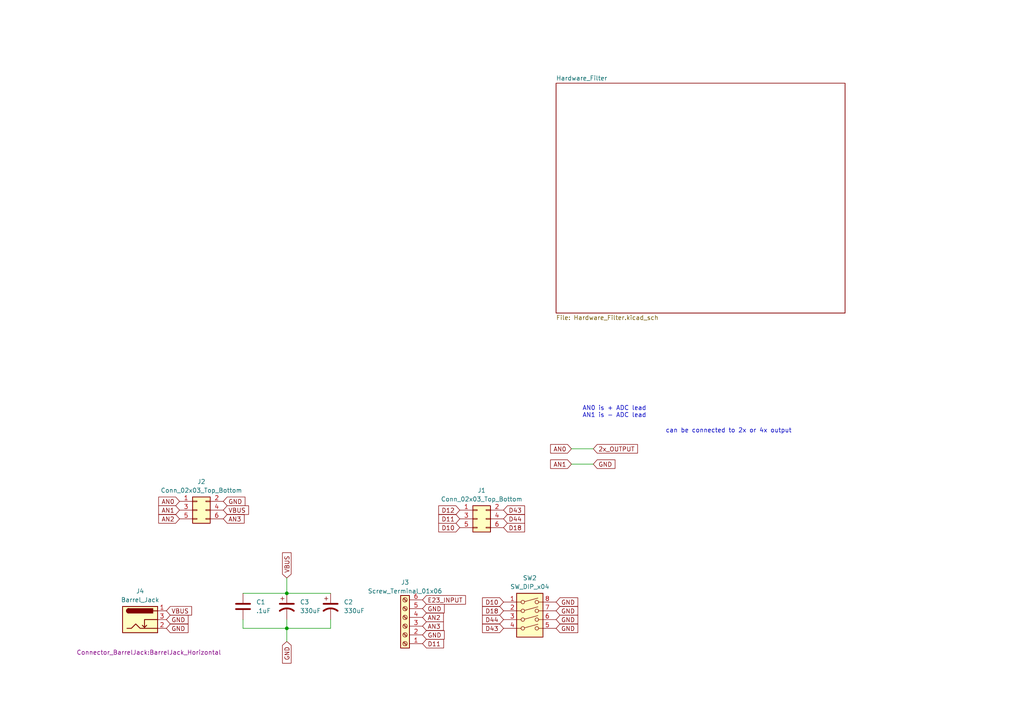
<source format=kicad_sch>
(kicad_sch (version 20230121) (generator eeschema)
  (paper "A4")
  (lib_symbols
    (symbol "Connector:Barrel_Jack_Switch" (pin_names hide)
      (property "Reference" "J" (at 0 5.334 0))
      (property "Value" "Barrel_Jack_Switch" (at 0 -5.08 0))
      (symbol "Barrel_Jack_Switch_0_1"
        (rectangle (start -5.08 3.81) (end 5.08 -3.81) (stroke (width 0.254)) (fill (type background)))
        (arc (start -3.302 3.175) (mid -3.9343 2.54) (end -3.302 1.905) (stroke (width 0.254)))
        (arc (start -3.302 3.175) (mid -3.9343 2.54) (end -3.302 1.905) (stroke (width 0.254)) (fill (type outline)))
        (polyline (pts (xy 1.27 -2.286) (xy 1.905 -1.651)) (stroke (width 0.254)))
        (polyline (pts (xy 5.08 2.54) (xy 3.81 2.54)) (stroke (width 0.254)))
        (polyline (pts (xy 5.08 0) (xy 1.27 0) (xy 1.27 -2.286) (xy 0.635 -1.651)) (stroke (width 0.254)))
        (polyline (pts (xy -3.81 -2.54) (xy -2.54 -2.54) (xy -1.27 -1.27) (xy 0 -2.54) (xy 2.54 -2.54) (xy 5.08 -2.54)) (stroke (width 0.254)))
        (rectangle (start 3.683 3.175) (end -3.302 1.905) (stroke (width 0.254)) (fill (type outline)))
      )
      (symbol "Barrel_Jack_Switch_1_1"
        (pin passive line (at 7.62 2.54 180) (length 2.54) (name "~") (number "1"))
        (pin passive line (at 7.62 -2.54 180) (length 2.54) (name "~") (number "2"))
        (pin passive line (at 7.62 0 180) (length 2.54) (name "~") (number "3"))
      )
    )
    (symbol "Connector:Screw_Terminal_01x06" (pin_names (offset 1.016) hide)
      (property "Reference" "J" (at 0 7.62 0))
      (property "Value" "Screw_Terminal_01x06" (at 0 -10.16 0))
      (symbol "Screw_Terminal_01x06_1_1"
        (rectangle (start -1.27 6.35) (end 1.27 -8.89) (stroke (width 0.254)) (fill (type background)))
        (circle (center 0 -7.62) (radius 0.635) (stroke (width 0.1524)))
        (circle (center 0 -5.08) (radius 0.635) (stroke (width 0.1524)))
        (circle (center 0 -2.54) (radius 0.635) (stroke (width 0.1524)))
        (polyline (pts (xy -0.5334 -7.2898) (xy 0.3302 -8.128)) (stroke (width 0.1524)))
        (polyline (pts (xy -0.5334 -4.7498) (xy 0.3302 -5.588)) (stroke (width 0.1524)))
        (polyline (pts (xy -0.5334 -2.2098) (xy 0.3302 -3.048)) (stroke (width 0.1524)))
        (polyline (pts (xy -0.5334 0.3302) (xy 0.3302 -0.508)) (stroke (width 0.1524)))
        (polyline (pts (xy -0.5334 2.8702) (xy 0.3302 2.032)) (stroke (width 0.1524)))
        (polyline (pts (xy -0.5334 5.4102) (xy 0.3302 4.572)) (stroke (width 0.1524)))
        (polyline (pts (xy -0.3556 -7.112) (xy 0.508 -7.9502)) (stroke (width 0.1524)))
        (polyline (pts (xy -0.3556 -4.572) (xy 0.508 -5.4102)) (stroke (width 0.1524)))
        (polyline (pts (xy -0.3556 -2.032) (xy 0.508 -2.8702)) (stroke (width 0.1524)))
        (polyline (pts (xy -0.3556 0.508) (xy 0.508 -0.3302)) (stroke (width 0.1524)))
        (polyline (pts (xy -0.3556 3.048) (xy 0.508 2.2098)) (stroke (width 0.1524)))
        (polyline (pts (xy -0.3556 5.588) (xy 0.508 4.7498)) (stroke (width 0.1524)))
        (circle (center 0 0) (radius 0.635) (stroke (width 0.1524)))
        (circle (center 0 2.54) (radius 0.635) (stroke (width 0.1524)))
        (circle (center 0 5.08) (radius 0.635) (stroke (width 0.1524)))
        (pin passive line (at -5.08 5.08 0) (length 3.81) (name "Pin_1") (number "1"))
        (pin passive line (at -5.08 2.54 0) (length 3.81) (name "Pin_2") (number "2"))
        (pin passive line (at -5.08 0 0) (length 3.81) (name "Pin_3") (number "3"))
        (pin passive line (at -5.08 -2.54 0) (length 3.81) (name "Pin_4") (number "4"))
        (pin passive line (at -5.08 -5.08 0) (length 3.81) (name "Pin_5") (number "5"))
        (pin passive line (at -5.08 -7.62 0) (length 3.81) (name "Pin_6") (number "6"))
      )
    )
    (symbol "Connector_Generic:Conn_02x03_Odd_Even" (pin_names (offset 1.016) hide)
      (property "Reference" "J" (at 1.27 5.08 0))
      (property "Value" "Conn_02x03_Odd_Even" (at 1.27 -5.08 0))
      (symbol "Conn_02x03_Odd_Even_1_1"
        (rectangle (start -1.27 -2.413) (end 0 -2.667) (stroke (width 0.1524)))
        (rectangle (start -1.27 0.127) (end 0 -0.127) (stroke (width 0.1524)))
        (rectangle (start -1.27 2.667) (end 0 2.413) (stroke (width 0.1524)))
        (rectangle (start -1.27 3.81) (end 3.81 -3.81) (stroke (width 0.254)) (fill (type background)))
        (rectangle (start 3.81 -2.413) (end 2.54 -2.667) (stroke (width 0.1524)))
        (rectangle (start 3.81 0.127) (end 2.54 -0.127) (stroke (width 0.1524)))
        (rectangle (start 3.81 2.667) (end 2.54 2.413) (stroke (width 0.1524)))
        (pin passive line (at -5.08 2.54 0) (length 3.81) (name "Pin_1") (number "1"))
        (pin passive line (at 7.62 2.54 180) (length 3.81) (name "Pin_2") (number "2"))
        (pin passive line (at -5.08 0 0) (length 3.81) (name "Pin_3") (number "3"))
        (pin passive line (at 7.62 0 180) (length 3.81) (name "Pin_4") (number "4"))
        (pin passive line (at -5.08 -2.54 0) (length 3.81) (name "Pin_5") (number "5"))
        (pin passive line (at 7.62 -2.54 180) (length 3.81) (name "Pin_6") (number "6"))
      )
    )
    (symbol "Device:C" (pin_numbers hide) (pin_names (offset 0.254))
      (property "Reference" "C" (at 0.635 2.54 0))
      (property "Value" "C" (at 0.635 -2.54 0))
      (symbol "C_0_1"
        (polyline (pts (xy -2.032 -0.762) (xy 2.032 -0.762)) (stroke (width 0.508)))
        (polyline (pts (xy -2.032 0.762) (xy 2.032 0.762)) (stroke (width 0.508)))
      )
      (symbol "C_1_1"
        (pin passive line (at 0 3.81 270) (length 2.794) (name "~") (number "1"))
        (pin passive line (at 0 -3.81 90) (length 2.794) (name "~") (number "2"))
      )
    )
    (symbol "Device:C_Polarized_US" (pin_numbers hide) (pin_names (offset 0.254) hide)
      (property "Reference" "C" (at 0.635 2.54 0))
      (property "Value" "C_Polarized_US" (at 0.635 -2.54 0))
      (symbol "C_Polarized_US_0_1"
        (polyline (pts (xy -2.032 0.762) (xy 2.032 0.762)) (stroke (width 0.508)))
        (polyline (pts (xy -1.778 2.286) (xy -0.762 2.286)))
        (polyline (pts (xy -1.27 1.778) (xy -1.27 2.794)))
        (arc (start 2.032 -1.27) (mid 0 -0.5572) (end -2.032 -1.27) (stroke (width 0.508)))
      )
      (symbol "C_Polarized_US_1_1"
        (pin passive line (at 0 3.81 270) (length 2.794) (name "~") (number "1"))
        (pin passive line (at 0 -3.81 90) (length 3.302) (name "~") (number "2"))
      )
    )
    (symbol "Switch:SW_DIP_x04" (pin_names (offset 0) hide)
      (property "Reference" "SW" (at 0 8.89 0))
      (property "Value" "SW_DIP_x04" (at 0 -6.35 0))
      (symbol "SW_DIP_x04_0_0"
        (circle (center -2.032 -2.54) (radius 0.508))
        (circle (center -2.032 0) (radius 0.508))
        (circle (center -2.032 2.54) (radius 0.508))
        (circle (center -2.032 5.08) (radius 0.508))
        (polyline (pts (xy -1.524 -2.3876) (xy 2.3622 -1.3462)))
        (polyline (pts (xy -1.524 0.127) (xy 2.3622 1.1684)))
        (polyline (pts (xy -1.524 2.667) (xy 2.3622 3.7084)))
        (polyline (pts (xy -1.524 5.207) (xy 2.3622 6.2484)))
        (circle (center 2.032 -2.54) (radius 0.508))
        (circle (center 2.032 0) (radius 0.508))
        (circle (center 2.032 2.54) (radius 0.508))
        (circle (center 2.032 5.08) (radius 0.508))
      )
      (symbol "SW_DIP_x04_0_1"
        (rectangle (start -3.81 7.62) (end 3.81 -5.08) (stroke (width 0.254)) (fill (type background)))
      )
      (symbol "SW_DIP_x04_1_1"
        (pin passive line (at -7.62 5.08 0) (length 5.08) (name "~") (number "1"))
        (pin passive line (at -7.62 2.54 0) (length 5.08) (name "~") (number "2"))
        (pin passive line (at -7.62 0 0) (length 5.08) (name "~") (number "3"))
        (pin passive line (at -7.62 -2.54 0) (length 5.08) (name "~") (number "4"))
        (pin passive line (at 7.62 -2.54 180) (length 5.08) (name "~") (number "5"))
        (pin passive line (at 7.62 0 180) (length 5.08) (name "~") (number "6"))
        (pin passive line (at 7.62 2.54 180) (length 5.08) (name "~") (number "7"))
        (pin passive line (at 7.62 5.08 180) (length 5.08) (name "~") (number "8"))
      )
    )
  )
  (junction (at 83.185 182.245))
  (junction (at 83.185 172.085))
  (wire (pts (xy 70.485 182.245) (xy 83.185 182.245)))
  (wire (pts (xy 70.485 172.085) (xy 83.185 172.085)))
  (wire (pts (xy 165.735 134.62) (xy 172.085 134.62)))
  (wire (pts (xy 83.185 186.055) (xy 83.185 182.245)))
  (wire (pts (xy 70.485 179.705) (xy 70.485 182.245)))
  (wire (pts (xy 83.185 167.64) (xy 83.185 172.085)))
  (wire (pts (xy 95.885 182.245) (xy 83.185 182.245)))
  (wire (pts (xy 95.885 172.085) (xy 83.185 172.085)))
  (wire (pts (xy 95.885 179.705) (xy 95.885 182.245)))
  (wire (pts (xy 83.185 182.245) (xy 83.185 179.705)))
  (wire (pts (xy 165.735 130.175) (xy 172.085 130.175)))
  (text "AN0 is + ADC lead\nAN1 is - ADC lead" (at 168.91 121.285 0) (effects (font (size 1.27 1.27)) (justify left bottom)))
  (text "can be connected to 2x or 4x output" (at 193.04 125.73 0) (effects (font (size 1.27 1.27)) (justify left bottom)))
  (global_label "GND" (shape input) (at 122.555 184.15 0) (property "Intersheetrefs" "${INTERSHEET_REFS}" (effects hide)))
  (global_label "VBUS" (shape input) (at 83.185 167.64 90) (property "Intersheetrefs" "${INTERSHEET_REFS}" (effects hide)))
  (global_label "GND" (shape input) (at 161.29 174.625 0) (property "Intersheetrefs" "${INTERSHEET_REFS}" (effects hide)))
  (global_label "AN1" (shape input) (at 165.735 134.62 180) (property "Intersheetrefs" "${INTERSHEET_REFS}" (effects hide)))
  (global_label "D43" (shape input) (at 146.05 182.245 180) (property "Intersheetrefs" "${INTERSHEET_REFS}" (effects hide)))
  (global_label "GND" (shape input) (at 161.29 179.705 0) (property "Intersheetrefs" "${INTERSHEET_REFS}" (effects hide)))
  (global_label "AN0" (shape input) (at 52.07 145.415 180) (property "Intersheetrefs" "${INTERSHEET_REFS}" (effects hide)))
  (global_label "D11" (shape input) (at 122.555 186.69 0) (property "Intersheetrefs" "${INTERSHEET_REFS}" (effects hide)))
  (global_label "GND" (shape input) (at 122.555 176.53 0) (property "Intersheetrefs" "${INTERSHEET_REFS}" (effects hide)))
  (global_label "AN1" (shape input) (at 52.07 147.955 180) (property "Intersheetrefs" "${INTERSHEET_REFS}" (effects hide)))
  (global_label "GND" (shape input) (at 172.085 134.62 0) (property "Intersheetrefs" "${INTERSHEET_REFS}" (effects hide)))
  (global_label "GND" (shape input) (at 161.29 177.165 0) (property "Intersheetrefs" "${INTERSHEET_REFS}" (effects hide)))
  (global_label "D10" (shape input) (at 146.05 174.625 180) (property "Intersheetrefs" "${INTERSHEET_REFS}" (effects hide)))
  (global_label "D18" (shape input) (at 146.05 153.035 0) (property "Intersheetrefs" "${INTERSHEET_REFS}" (effects hide)))
  (global_label "VBUS" (shape input) (at 48.26 177.165 0) (property "Intersheetrefs" "${INTERSHEET_REFS}" (effects hide)))
  (global_label "GND" (shape input) (at 161.29 182.245 0) (property "Intersheetrefs" "${INTERSHEET_REFS}" (effects hide)))
  (global_label "D44" (shape input) (at 146.05 179.705 180) (property "Intersheetrefs" "${INTERSHEET_REFS}" (effects hide)))
  (global_label "E23_INPUT" (shape input) (at 122.555 173.99 0) (property "Intersheetrefs" "${INTERSHEET_REFS}" (effects hide)))
  (global_label "AN3" (shape input) (at 64.77 150.495 0) (property "Intersheetrefs" "${INTERSHEET_REFS}" (effects hide)))
  (global_label "AN0" (shape input) (at 165.735 130.175 180) (property "Intersheetrefs" "${INTERSHEET_REFS}" (effects hide)))
  (global_label "GND" (shape input) (at 48.26 182.245 0) (property "Intersheetrefs" "${INTERSHEET_REFS}" (effects hide)))
  (global_label "D44" (shape input) (at 146.05 150.495 0) (property "Intersheetrefs" "${INTERSHEET_REFS}" (effects hide)))
  (global_label "AN2" (shape input) (at 52.07 150.495 180) (property "Intersheetrefs" "${INTERSHEET_REFS}" (effects hide)))
  (global_label "D12" (shape input) (at 133.35 147.955 180) (property "Intersheetrefs" "${INTERSHEET_REFS}" (effects hide)))
  (global_label "D18" (shape input) (at 146.05 177.165 180) (property "Intersheetrefs" "${INTERSHEET_REFS}" (effects hide)))
  (global_label "2x_OUTPUT" (shape input) (at 172.085 130.175 0) (property "Intersheetrefs" "${INTERSHEET_REFS}" (effects hide)))
  (global_label "D43" (shape input) (at 146.05 147.955 0) (property "Intersheetrefs" "${INTERSHEET_REFS}" (effects hide)))
  (global_label "AN3" (shape input) (at 122.555 181.61 0) (property "Intersheetrefs" "${INTERSHEET_REFS}" (effects hide)))
  (global_label "AN2" (shape input) (at 122.555 179.07 0) (property "Intersheetrefs" "${INTERSHEET_REFS}" (effects hide)))
  (global_label "GND" (shape input) (at 48.26 179.705 0) (property "Intersheetrefs" "${INTERSHEET_REFS}" (effects hide)))
  (global_label "VBUS" (shape input) (at 64.77 147.955 0) (property "Intersheetrefs" "${INTERSHEET_REFS}" (effects hide)))
  (global_label "D10" (shape input) (at 133.35 153.035 180) (property "Intersheetrefs" "${INTERSHEET_REFS}" (effects hide)))
  (global_label "GND" (shape input) (at 64.77 145.415 0) (property "Intersheetrefs" "${INTERSHEET_REFS}" (effects hide)))
  (global_label "D11" (shape input) (at 133.35 150.495 180) (property "Intersheetrefs" "${INTERSHEET_REFS}" (effects hide)))
  (global_label "GND" (shape input) (at 83.185 186.055 270) (property "Intersheetrefs" "${INTERSHEET_REFS}" (effects hide)))
  (symbol (lib_id "Connector_Generic:Conn_02x03_Odd_Even") (at 138.43 150.495 0) (unit 1)
    (property "Reference" "J1" (at 139.7 142.24 0))
    (property "Value" "Conn_02x03_Top_Bottom" (at 139.7 144.78 0))
    (property "Footprint" "Connector_PinSocket_2.54mm:PinSocket_2x03_P2.54mm_Vertical" (effects hide))
  )
  (symbol (lib_id "Device:C_Polarized_US") (at 95.885 175.895 0) (unit 1)
    (property "Reference" "C2" (at 99.695 174.625 0) (effects (justify left)))
    (property "Value" "330uF" (at 99.695 177.165 0) (effects (justify left)))
    (property "Footprint" "Capacitor_THT:CP_Radial_D10.0mm_P5.00mm" (effects hide))
  )
  (symbol (lib_id "Switch:SW_DIP_x04") (at 153.67 179.705 0) (unit 1)
    (property "Reference" "SW2" (at 153.67 167.64 0))
    (property "Value" "SW_DIP_x04" (at 153.67 170.18 0))
    (property "Footprint" "Button_Switch_THT:SW_DIP_SPSTx04_Slide_9.78x12.34mm_W7.62mm_P2.54mm" (effects hide))
  )
  (symbol (lib_id "Connector:Barrel_Jack_Switch") (at 40.64 179.705 0) (unit 1)
    (property "Reference" "J4" (at 40.64 171.45 0))
    (property "Value" "Barrel_Jack" (at 40.64 173.99 0))
    (property "Footprint" "Connector_BarrelJack:BarrelJack_Horizontal" (at 43.18 189.23 0))
  )
  (symbol (lib_id "Connector_Generic:Conn_02x03_Odd_Even") (at 57.15 147.955 0) (unit 1)
    (property "Reference" "J2" (at 58.42 139.7 0))
    (property "Value" "Conn_02x03_Top_Bottom" (at 58.42 142.24 0))
    (property "Footprint" "Connector_PinSocket_2.54mm:PinSocket_2x03_P2.54mm_Vertical" (effects hide))
  )
  (symbol (lib_id "Device:C_Polarized_US") (at 83.185 175.895 0) (unit 1)
    (property "Reference" "C3" (at 86.995 174.625 0) (effects (justify left)))
    (property "Value" "330uF" (at 86.995 177.165 0) (effects (justify left)))
    (property "Footprint" "Capacitor_THT:CP_Radial_D10.0mm_P5.00mm" (effects hide))
  )
  (symbol (lib_id "Device:C") (at 70.485 175.895 0) (unit 1)
    (property "Reference" "C1" (at 74.295 174.625 0) (effects (justify left)))
    (property "Value" ".1uF" (at 74.295 177.165 0) (effects (justify left)))
    (property "Footprint" "Capacitor_SMD:C_0603_1608Metric" (effects hide))
  )
  (symbol (lib_id "Connector:Screw_Terminal_01x06") (at 117.475 181.61 180) (unit 1)
    (property "Reference" "J3" (at 117.475 168.91 0))
    (property "Value" "Screw_Terminal_01x06" (at 117.475 171.45 0))
    (property "Footprint" "Connector_Phoenix_MSTB:PhoenixContact_MSTBA_2,5_6-G-5,08_1x06_P5.08mm_Horizontal" (effects hide))
  )
  (sheet (at 161.29 24.13) (size 83.82 66.675) (stroke (width 0.1524))
    (property "Sheetname" "Hardware_Filter" (at 161.29 23.4184 0) (effects (justify left bottom)))
    (property "Sheetfile" "Hardware_Filter.kicad_sch" (at 161.29 91.3896 0) (effects (justify left top)))
  )
)
</source>
